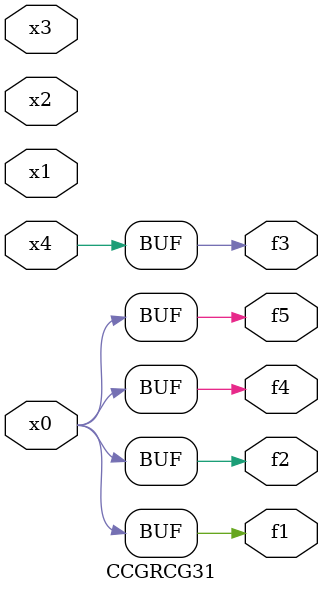
<source format=v>
module CCGRCG31(
	input x0, x1, x2, x3, x4,
	output f1, f2, f3, f4, f5
);
	assign f1 = x0;
	assign f2 = x0;
	assign f3 = x4;
	assign f4 = x0;
	assign f5 = x0;
endmodule

</source>
